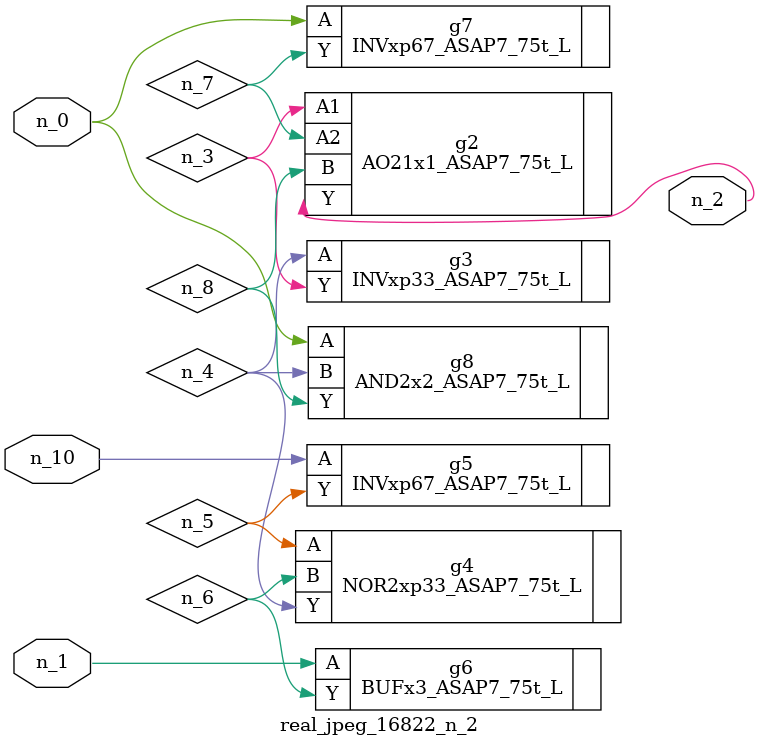
<source format=v>
module real_jpeg_16822_n_2 (n_1, n_10, n_0, n_2);

input n_1;
input n_10;
input n_0;

output n_2;

wire n_5;
wire n_4;
wire n_8;
wire n_6;
wire n_7;
wire n_3;

INVxp67_ASAP7_75t_L g7 ( 
.A(n_0),
.Y(n_7)
);

AND2x2_ASAP7_75t_L g8 ( 
.A(n_0),
.B(n_4),
.Y(n_8)
);

BUFx3_ASAP7_75t_L g6 ( 
.A(n_1),
.Y(n_6)
);

AO21x1_ASAP7_75t_L g2 ( 
.A1(n_3),
.A2(n_7),
.B(n_8),
.Y(n_2)
);

INVxp33_ASAP7_75t_L g3 ( 
.A(n_4),
.Y(n_3)
);

NOR2xp33_ASAP7_75t_L g4 ( 
.A(n_5),
.B(n_6),
.Y(n_4)
);

INVxp67_ASAP7_75t_L g5 ( 
.A(n_10),
.Y(n_5)
);


endmodule
</source>
